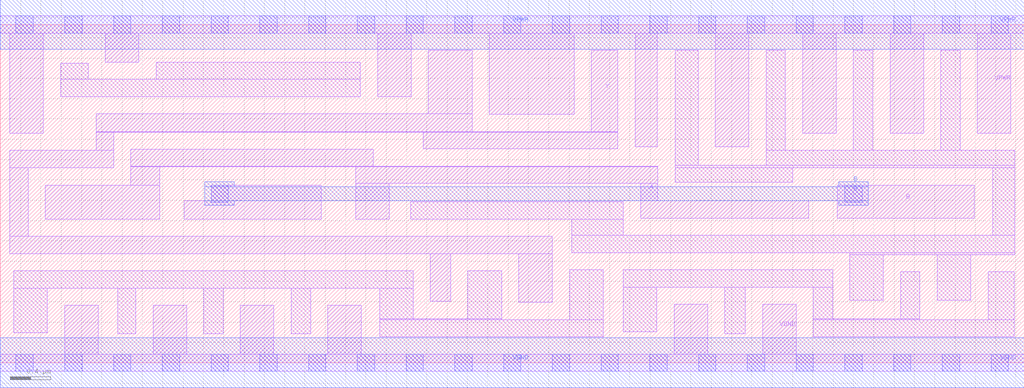
<source format=lef>
# Copyright 2020 The SkyWater PDK Authors
#
# Licensed under the Apache License, Version 2.0 (the "License");
# you may not use this file except in compliance with the License.
# You may obtain a copy of the License at
#
#     https://www.apache.org/licenses/LICENSE-2.0
#
# Unless required by applicable law or agreed to in writing, software
# distributed under the License is distributed on an "AS IS" BASIS,
# WITHOUT WARRANTIES OR CONDITIONS OF ANY KIND, either express or implied.
# See the License for the specific language governing permissions and
# limitations under the License.
#
# SPDX-License-Identifier: Apache-2.0

VERSION 5.7 ;
  NAMESCASESENSITIVE ON ;
  NOWIREEXTENSIONATPIN ON ;
  DIVIDERCHAR "/" ;
  BUSBITCHARS "[]" ;
UNITS
  DATABASE MICRONS 200 ;
END UNITS
MACRO sky130_fd_sc_lp__xnor2_4
  CLASS CORE ;
  SOURCE USER ;
  FOREIGN sky130_fd_sc_lp__xnor2_4 ;
  ORIGIN  0.000000  0.000000 ;
  SIZE  10.08000 BY  3.330000 ;
  SYMMETRY X Y R90 ;
  SITE unit ;
  PIN A
    ANTENNAGATEAREA  2.520000 ;
    DIRECTION INPUT ;
    USE SIGNAL ;
    PORT
      LAYER li1 ;
        RECT 0.445000 1.415000 1.570000 1.750000 ;
        RECT 1.285000 1.750000 1.570000 1.930000 ;
        RECT 1.285000 1.930000 6.475000 1.935000 ;
        RECT 1.285000 1.935000 3.670000 2.100000 ;
        RECT 3.500000 1.415000 3.830000 1.765000 ;
        RECT 3.500000 1.765000 6.475000 1.930000 ;
        RECT 6.305000 1.425000 7.960000 1.595000 ;
        RECT 6.305000 1.595000 6.475000 1.765000 ;
    END
  END A
  PIN B
    ANTENNAGATEAREA  2.520000 ;
    DIRECTION INPUT ;
    USE SIGNAL ;
    PORT
      LAYER li1 ;
        RECT 1.810000 1.415000 3.160000 1.595000 ;
        RECT 2.075000 1.595000 3.160000 1.750000 ;
        RECT 8.240000 1.425000 9.590000 1.750000 ;
      LAYER mcon ;
        RECT 2.075000 1.580000 2.245000 1.750000 ;
        RECT 8.315000 1.580000 8.485000 1.750000 ;
      LAYER met1 ;
        RECT 2.015000 1.550000 2.305000 1.595000 ;
        RECT 2.015000 1.595000 8.545000 1.735000 ;
        RECT 2.015000 1.735000 2.305000 1.780000 ;
        RECT 8.255000 1.550000 8.545000 1.595000 ;
        RECT 8.255000 1.735000 8.545000 1.780000 ;
    END
  END B
  PIN Y
    ANTENNADIFFAREA  1.940400 ;
    DIRECTION OUTPUT ;
    USE SIGNAL ;
    PORT
      LAYER li1 ;
        RECT 0.095000 1.075000 5.435000 1.245000 ;
        RECT 0.095000 1.245000 0.275000 1.920000 ;
        RECT 0.095000 1.920000 1.115000 2.090000 ;
        RECT 0.945000 2.090000 1.115000 2.270000 ;
        RECT 0.945000 2.270000 6.080000 2.275000 ;
        RECT 0.945000 2.275000 4.645000 2.450000 ;
        RECT 4.165000 2.105000 6.080000 2.270000 ;
        RECT 4.215000 2.450000 4.645000 3.075000 ;
        RECT 4.235000 0.605000 4.435000 1.075000 ;
        RECT 5.105000 0.595000 5.435000 1.075000 ;
        RECT 5.820000 2.275000 6.080000 3.075000 ;
    END
  END Y
  PIN VGND
    DIRECTION INOUT ;
    USE GROUND ;
    PORT
      LAYER li1 ;
        RECT 0.000000 -0.085000 10.080000 0.085000 ;
        RECT 0.635000  0.085000  0.965000 0.565000 ;
        RECT 1.505000  0.085000  1.835000 0.565000 ;
        RECT 2.365000  0.085000  2.695000 0.565000 ;
        RECT 3.225000  0.085000  3.555000 0.565000 ;
        RECT 6.635000  0.085000  6.965000 0.575000 ;
        RECT 7.505000  0.085000  7.835000 0.575000 ;
      LAYER mcon ;
        RECT 0.155000 -0.085000 0.325000 0.085000 ;
        RECT 0.635000 -0.085000 0.805000 0.085000 ;
        RECT 1.115000 -0.085000 1.285000 0.085000 ;
        RECT 1.595000 -0.085000 1.765000 0.085000 ;
        RECT 2.075000 -0.085000 2.245000 0.085000 ;
        RECT 2.555000 -0.085000 2.725000 0.085000 ;
        RECT 3.035000 -0.085000 3.205000 0.085000 ;
        RECT 3.515000 -0.085000 3.685000 0.085000 ;
        RECT 3.995000 -0.085000 4.165000 0.085000 ;
        RECT 4.475000 -0.085000 4.645000 0.085000 ;
        RECT 4.955000 -0.085000 5.125000 0.085000 ;
        RECT 5.435000 -0.085000 5.605000 0.085000 ;
        RECT 5.915000 -0.085000 6.085000 0.085000 ;
        RECT 6.395000 -0.085000 6.565000 0.085000 ;
        RECT 6.875000 -0.085000 7.045000 0.085000 ;
        RECT 7.355000 -0.085000 7.525000 0.085000 ;
        RECT 7.835000 -0.085000 8.005000 0.085000 ;
        RECT 8.315000 -0.085000 8.485000 0.085000 ;
        RECT 8.795000 -0.085000 8.965000 0.085000 ;
        RECT 9.275000 -0.085000 9.445000 0.085000 ;
        RECT 9.755000 -0.085000 9.925000 0.085000 ;
      LAYER met1 ;
        RECT 0.000000 -0.245000 10.080000 0.245000 ;
    END
  END VGND
  PIN VPWR
    DIRECTION INOUT ;
    USE POWER ;
    PORT
      LAYER li1 ;
        RECT 0.000000 3.245000 10.080000 3.415000 ;
        RECT 0.095000 2.260000  0.425000 3.245000 ;
        RECT 1.035000 2.960000  1.365000 3.245000 ;
        RECT 3.715000 2.620000  4.045000 3.245000 ;
        RECT 4.815000 2.445000  5.650000 3.245000 ;
        RECT 6.250000 2.125000  6.470000 3.245000 ;
        RECT 7.040000 2.125000  7.370000 3.245000 ;
        RECT 7.900000 2.260000  8.230000 3.245000 ;
        RECT 8.760000 2.260000  9.090000 3.245000 ;
        RECT 9.620000 2.260000  9.950000 3.245000 ;
      LAYER mcon ;
        RECT 0.155000 3.245000 0.325000 3.415000 ;
        RECT 0.635000 3.245000 0.805000 3.415000 ;
        RECT 1.115000 3.245000 1.285000 3.415000 ;
        RECT 1.595000 3.245000 1.765000 3.415000 ;
        RECT 2.075000 3.245000 2.245000 3.415000 ;
        RECT 2.555000 3.245000 2.725000 3.415000 ;
        RECT 3.035000 3.245000 3.205000 3.415000 ;
        RECT 3.515000 3.245000 3.685000 3.415000 ;
        RECT 3.995000 3.245000 4.165000 3.415000 ;
        RECT 4.475000 3.245000 4.645000 3.415000 ;
        RECT 4.955000 3.245000 5.125000 3.415000 ;
        RECT 5.435000 3.245000 5.605000 3.415000 ;
        RECT 5.915000 3.245000 6.085000 3.415000 ;
        RECT 6.395000 3.245000 6.565000 3.415000 ;
        RECT 6.875000 3.245000 7.045000 3.415000 ;
        RECT 7.355000 3.245000 7.525000 3.415000 ;
        RECT 7.835000 3.245000 8.005000 3.415000 ;
        RECT 8.315000 3.245000 8.485000 3.415000 ;
        RECT 8.795000 3.245000 8.965000 3.415000 ;
        RECT 9.275000 3.245000 9.445000 3.415000 ;
        RECT 9.755000 3.245000 9.925000 3.415000 ;
      LAYER met1 ;
        RECT 0.000000 3.085000 10.080000 3.575000 ;
    END
  END VPWR
  OBS
    LAYER li1 ;
      RECT 0.135000 0.295000 0.465000 0.735000 ;
      RECT 0.135000 0.735000 4.065000 0.905000 ;
      RECT 0.595000 2.620000 3.545000 2.790000 ;
      RECT 0.595000 2.790000 0.865000 2.950000 ;
      RECT 1.155000 0.285000 1.335000 0.735000 ;
      RECT 1.535000 2.790000 3.545000 2.960000 ;
      RECT 2.005000 0.285000 2.195000 0.735000 ;
      RECT 2.865000 0.285000 3.055000 0.735000 ;
      RECT 3.735000 0.255000 5.935000 0.425000 ;
      RECT 3.735000 0.425000 4.935000 0.435000 ;
      RECT 3.735000 0.435000 4.065000 0.735000 ;
      RECT 4.040000 1.415000 6.135000 1.585000 ;
      RECT 4.605000 0.435000 4.935000 0.905000 ;
      RECT 5.605000 0.425000 5.935000 0.915000 ;
      RECT 5.625000 1.085000 9.990000 1.255000 ;
      RECT 5.625000 1.255000 6.135000 1.415000 ;
      RECT 6.135000 0.305000 6.465000 0.745000 ;
      RECT 6.135000 0.745000 8.195000 0.915000 ;
      RECT 6.645000 1.775000 7.800000 1.920000 ;
      RECT 6.645000 1.920000 9.990000 1.945000 ;
      RECT 6.645000 1.945000 6.870000 3.075000 ;
      RECT 7.135000 0.285000 7.335000 0.745000 ;
      RECT 7.540000 1.945000 9.990000 2.090000 ;
      RECT 7.540000 2.090000 7.730000 3.075000 ;
      RECT 8.005000 0.255000 9.985000 0.425000 ;
      RECT 8.005000 0.425000 9.055000 0.435000 ;
      RECT 8.005000 0.435000 8.195000 0.745000 ;
      RECT 8.365000 0.615000 8.695000 1.065000 ;
      RECT 8.365000 1.065000 9.990000 1.085000 ;
      RECT 8.400000 2.090000 8.590000 3.075000 ;
      RECT 8.865000 0.435000 9.055000 0.895000 ;
      RECT 9.225000 0.615000 9.555000 1.065000 ;
      RECT 9.260000 2.090000 9.450000 3.075000 ;
      RECT 9.725000 0.425000 9.985000 0.895000 ;
      RECT 9.770000 1.255000 9.990000 1.920000 ;
  END
END sky130_fd_sc_lp__xnor2_4

</source>
